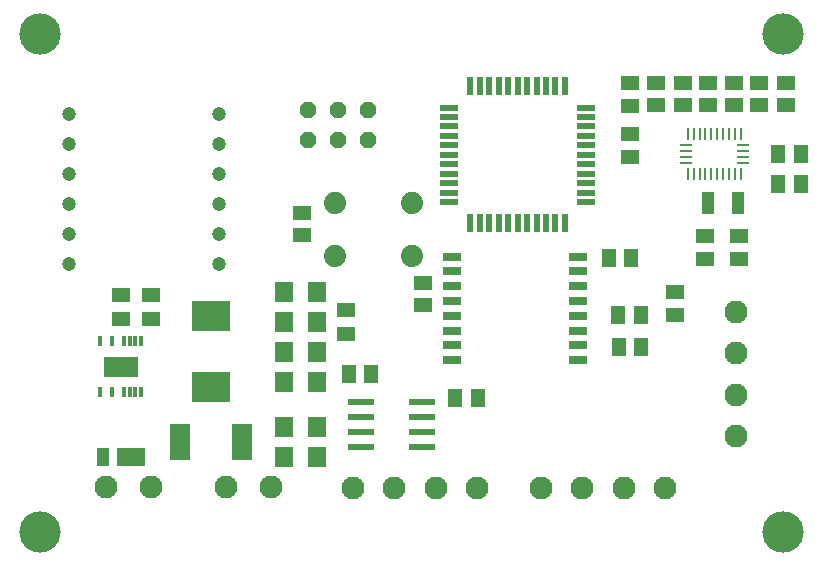
<source format=gbr>
G04 EAGLE Gerber RS-274X export*
G75*
%MOMM*%
%FSLAX34Y34*%
%LPD*%
%INSoldermask Top*%
%IPPOS*%
%AMOC8*
5,1,8,0,0,1.08239X$1,22.5*%
G01*
%ADD10C,3.500000*%
%ADD11R,1.600000X1.800000*%
%ADD12R,1.500000X1.200000*%
%ADD13R,1.050000X1.500000*%
%ADD14R,2.400000X1.500000*%
%ADD15R,1.800000X3.150000*%
%ADD16R,1.500000X0.500000*%
%ADD17R,0.500000X1.500000*%
%ADD18R,3.250000X2.500000*%
%ADD19R,0.250000X1.000000*%
%ADD20R,1.000000X0.250000*%
%ADD21R,2.900000X1.700000*%
%ADD22R,0.300000X0.900000*%
%ADD23C,1.200000*%
%ADD24R,1.500000X1.300000*%
%ADD25R,1.300000X1.500000*%
%ADD26R,1.100000X1.900000*%
%ADD27P,1.484606X8X202.500000*%
%ADD28C,1.879600*%
%ADD29R,1.525000X0.760000*%
%ADD30R,2.200000X0.600000*%
%ADD31C,1.950000*%


D10*
X38100Y38100D03*
X38100Y460000D03*
X666900Y460000D03*
X666900Y38100D03*
D11*
X244500Y127000D03*
X272500Y127000D03*
X244500Y101600D03*
X272500Y101600D03*
D12*
X106100Y218600D03*
X106100Y238600D03*
D11*
X244500Y241300D03*
X272500Y241300D03*
D13*
X90850Y101600D03*
D14*
X114600Y101600D03*
D15*
X156050Y114300D03*
X208550Y114300D03*
D16*
X384200Y397300D03*
X384200Y389300D03*
X384200Y381300D03*
X384200Y373300D03*
X384200Y365300D03*
X384200Y357300D03*
X384200Y349300D03*
X384200Y341300D03*
X384200Y333300D03*
X384200Y325300D03*
X384200Y317300D03*
D17*
X402200Y299300D03*
X410200Y299300D03*
X418200Y299300D03*
X426200Y299300D03*
X434200Y299300D03*
X442200Y299300D03*
X450200Y299300D03*
X458200Y299300D03*
X466200Y299300D03*
X474200Y299300D03*
X482200Y299300D03*
D16*
X500200Y317300D03*
X500200Y325300D03*
X500200Y333300D03*
X500200Y341300D03*
X500200Y349300D03*
X500200Y357300D03*
X500200Y365300D03*
X500200Y373300D03*
X500200Y381300D03*
X500200Y389300D03*
X500200Y397300D03*
D17*
X482200Y415300D03*
X474200Y415300D03*
X466200Y415300D03*
X458200Y415300D03*
X450200Y415300D03*
X442200Y415300D03*
X434200Y415300D03*
X426200Y415300D03*
X418200Y415300D03*
X410200Y415300D03*
X402200Y415300D03*
D18*
X182300Y160500D03*
X182300Y220500D03*
D12*
X131500Y218600D03*
X131500Y238600D03*
X296600Y225900D03*
X296600Y205900D03*
D19*
X631200Y341100D03*
X626200Y341100D03*
X621200Y341100D03*
X616200Y341100D03*
X611200Y341100D03*
X606200Y341100D03*
X601200Y341100D03*
X596200Y341100D03*
X591200Y341100D03*
X586200Y341100D03*
X586200Y375100D03*
X591200Y375100D03*
X596200Y375100D03*
X601200Y375100D03*
X606200Y375100D03*
X611200Y375100D03*
X616200Y375100D03*
X621200Y375100D03*
X626200Y375100D03*
X631200Y375100D03*
D20*
X632700Y365600D03*
X632700Y360600D03*
X632700Y355600D03*
X632700Y350600D03*
X584700Y365600D03*
X584700Y360600D03*
X584700Y355600D03*
X584700Y350600D03*
D21*
X106100Y177800D03*
D22*
X108600Y199300D03*
X108600Y156300D03*
X113600Y199300D03*
X98600Y199300D03*
X98600Y156300D03*
X113600Y156300D03*
X118600Y156300D03*
X118600Y199300D03*
X123600Y199300D03*
X88600Y199300D03*
X88600Y156300D03*
X123600Y156300D03*
D23*
X189300Y392000D03*
X189300Y366600D03*
X189300Y341200D03*
X189300Y315800D03*
X189300Y290400D03*
X189300Y265000D03*
X62300Y392000D03*
X62300Y366600D03*
X62300Y341200D03*
X62300Y315800D03*
X62300Y290400D03*
X62300Y265000D03*
D24*
X603400Y399400D03*
X603400Y418400D03*
D25*
X662700Y358100D03*
X681700Y358100D03*
X662700Y332700D03*
X681700Y332700D03*
D26*
X603700Y316300D03*
X628700Y316300D03*
D24*
X601000Y288500D03*
X601000Y269500D03*
X629500Y288500D03*
X629500Y269500D03*
D27*
X315500Y395400D03*
X315500Y370000D03*
X290100Y395400D03*
X290100Y370000D03*
X264700Y395400D03*
X264700Y370000D03*
D28*
X352412Y271594D03*
X287388Y271594D03*
X352412Y316806D03*
X287388Y316806D03*
D24*
X260000Y308400D03*
X260000Y289400D03*
X537000Y374800D03*
X537000Y355800D03*
X537500Y417800D03*
X537500Y398800D03*
X625000Y399200D03*
X625000Y418200D03*
X646800Y399400D03*
X646800Y418400D03*
X669200Y399400D03*
X669200Y418400D03*
X582000Y418400D03*
X582000Y399400D03*
X559600Y399400D03*
X559600Y418400D03*
D29*
X493150Y271050D03*
X386650Y271050D03*
X386650Y258550D03*
X386650Y246050D03*
X493150Y233550D03*
X386650Y196050D03*
X386650Y208550D03*
X386650Y233550D03*
X386650Y220550D03*
X493150Y221050D03*
X493150Y246050D03*
X386650Y183550D03*
X493150Y208550D03*
X493150Y258550D03*
X493150Y196050D03*
X493150Y183550D03*
D25*
X519400Y270300D03*
X538400Y270300D03*
X527400Y221300D03*
X546400Y221300D03*
X546600Y194200D03*
X527600Y194200D03*
D24*
X575200Y221900D03*
X575200Y240900D03*
X362300Y249100D03*
X362300Y230100D03*
D25*
X389400Y151400D03*
X408400Y151400D03*
D30*
X361500Y122950D03*
X309500Y122950D03*
X361500Y110250D03*
X361500Y135650D03*
X361500Y148350D03*
X309500Y110250D03*
X309500Y135650D03*
X309500Y148350D03*
D25*
X318200Y171600D03*
X299200Y171600D03*
D31*
X627300Y189100D03*
X627300Y154100D03*
X627300Y224100D03*
X627300Y119100D03*
X372900Y75600D03*
X337900Y75600D03*
X407900Y75600D03*
X302900Y75600D03*
X531900Y75000D03*
X496900Y75000D03*
X566900Y75000D03*
X461900Y75000D03*
D11*
X244500Y215900D03*
X272500Y215900D03*
X244500Y190500D03*
X272500Y190500D03*
X244500Y165100D03*
X272500Y165100D03*
D31*
X195000Y76200D03*
X233100Y76200D03*
X93400Y76200D03*
X131500Y76200D03*
M02*

</source>
